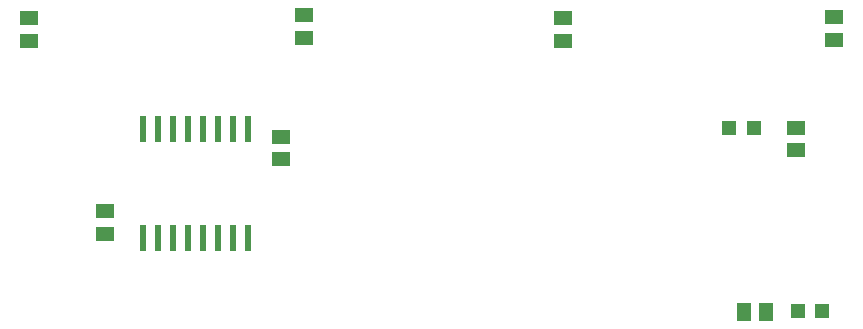
<source format=gtp>
G75*
%MOIN*%
%OFA0B0*%
%FSLAX24Y24*%
%IPPOS*%
%LPD*%
%AMOC8*
5,1,8,0,0,1.08239X$1,22.5*
%
%ADD10R,0.0591X0.0512*%
%ADD11R,0.0512X0.0630*%
%ADD12R,0.0630X0.0512*%
%ADD13R,0.0472X0.0472*%
%ADD14R,0.0236X0.0866*%
D10*
X010149Y007299D03*
X010149Y008047D03*
X016015Y009779D03*
X016015Y010527D03*
X016783Y013830D03*
X016783Y014578D03*
X025417Y014486D03*
X025417Y013738D03*
X034441Y013763D03*
X034441Y014511D03*
X007618Y014488D03*
X007618Y013740D03*
D11*
X031425Y004700D03*
X032173Y004700D03*
D12*
X033161Y010082D03*
X033161Y010830D03*
D13*
X031779Y010834D03*
X030952Y010834D03*
X033224Y004708D03*
X034051Y004708D03*
D14*
X014891Y007161D03*
X014391Y007161D03*
X013891Y007161D03*
X013391Y007161D03*
X012891Y007161D03*
X012391Y007161D03*
X011891Y007161D03*
X011391Y007161D03*
X011391Y010783D03*
X011891Y010783D03*
X012391Y010783D03*
X012891Y010783D03*
X013391Y010783D03*
X013891Y010783D03*
X014391Y010783D03*
X014891Y010783D03*
M02*

</source>
